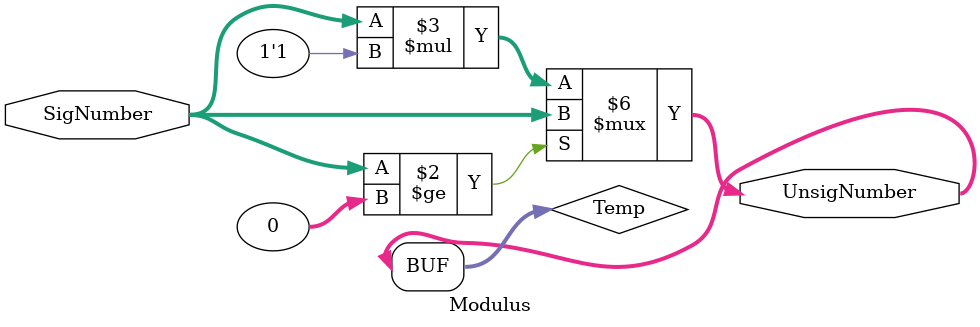
<source format=v>
`timescale 1ns/1ns

module TestStatic();
	wire [11:0] Inpt0;
	wire [11:0] Inpt1;
	wire [11:0] Inpt2;
	wire [11:0] Inpt3;
	wire [11:0] Inpt4;
	wire [11:0] Inpt5;
	wire [11:0] Inpt6;
	wire [11:0] Inpt7;
	
	wire [7:0] Oupt0;
	wire [7:0] Oupt1;
	wire [7:0] Oupt2;
	wire [7:0] Oupt3;
	wire [7:0] Oupt4;
	wire [7:0] Oupt5;
	wire [7:0] Oupt6;
	wire [7:0] Oupt7;
	
	assign Inpt0=11'd12;
	assign Inpt1=11'd15;
	assign Inpt2=11'd24;
	assign Inpt3=11'd5;
	assign Inpt4=11'd13;
	assign Inpt5=11'd22;
	assign Inpt6=11'd21;
	assign Inpt7=11'd9;
	
	initial begin
		$dumpfile("TestStatic.vcd");
		$dumpvars(0);
		#50 $finish;
	end

	fft8 test(.Ar0(Inpt0),.Ar1(Inpt1),.Ar2(Inpt2),.Ar3(Inpt3),.Ar4(Inpt4),.Ar5(Inpt5),.Ar6(Inpt6),.Ar7(Inpt7),.FinalAns0(Oupt0),.FinalAns1(Oupt1),.FinalAns2(Oupt2),.FinalAns3(Oupt3),.FinalAns4(Oupt4),.FinalAns5(Oupt5),.FinalAns6(Oupt6),.FinalAns7(Oupt7));
endmodule

module fft8(Ar0,Ar1,Ar2,Ar3,Ar4,Ar5,Ar6,Ar7,FinalAns0,FinalAns1,FinalAns2,FinalAns3,FinalAns4,FinalAns5,FinalAns6,FinalAns7);//this clk will typically be quite high since the 	

	parameter EIGHT=12'd8;//changed:added signed coz division was going wrong
	parameter FOUR=12'd4;
	//no effect of adding signed
	//removing + and seeing:no use

	/*inputs will be real*/
	input wire signed [11:0]  Ar0;
	input wire signed [11:0]  Ar1;
	input wire signed [11:0]  Ar2;
	input wire signed [11:0]  Ar3;
	input wire signed [11:0]  Ar4;
	input wire signed [11:0]  Ar5;
	input wire signed [11:0]  Ar6;
	input wire signed [11:0]  Ar7;

	output [7:0] FinalAns0;
	output [7:0] FinalAns1;
	output [7:0] FinalAns2;
	output [7:0] FinalAns3;
	output [7:0] FinalAns4;
	output [7:0] FinalAns5;
	output [7:0] FinalAns6;
	output [7:0] FinalAns7;

	wire [7:0] FinalAns0;
	wire [7:0] FinalAns1;
	wire [7:0] FinalAns2;
	wire [7:0] FinalAns3;
	wire [7:0] FinalAns4;
	wire [7:0] FinalAns5;
	wire [7:0] FinalAns6;
	wire [7:0] FinalAns7;

	//sizes of these???????????????
	wire [11:0] PenulAns0;
	wire [11:0] PenulAns1;
	wire [11:0] PenulAns2;
	wire [11:0] PenulAns3;
	wire [11:0] PenulAns4;
	wire [11:0] PenulAns5;
	wire [11:0] PenulAns6;
	wire [11:0] PenulAns7;

	wire [11:0] Scaled0;
	wire [11:0] Scaled1;
	wire [11:0] Scaled2;
	wire [11:0] Scaled3;
	wire [11:0] Scaled4;
	wire [11:0] Scaled5;
	wire [11:0] Scaled6;
	wire [11:0] Scaled7;


	wire signed [11:0]  Yr0;
	wire signed [11:0]  Yr1;
	wire signed [11:0]  Yr2;
	wire signed [11:0]  Yr3;
	wire signed [11:0]  Yr4;
	wire signed [11:0]  Yr5;
	wire signed [11:0]  Yr6;
	wire signed [11:0]  Yr7;
	wire signed [11:0]  Yi0;
	wire signed [11:0]  Yi1;
	wire signed [11:0]  Yi2;
	wire signed [11:0]  Yi3;
	wire signed [11:0]  Yi4;
	wire signed [11:0]  Yi5;
	wire signed [11:0]  Yi6;
	wire signed [11:0]  Yi7;

	//for storing the absolute values
	//of real and imaginary parts of 
	//asnwer	
	wire [11:0] Ymr0;
	wire [11:0] Ymr1;
	wire [11:0] Ymr2;
	wire [11:0] Ymr3;
	wire [11:0] Ymr4;
	wire [11:0] Ymr5;
	wire [11:0] Ymr6;
	wire [11:0] Ymr7;
	wire [11:0] Ymi0;
	wire [11:0] Ymi1;
	wire [11:0] Ymi2;
	wire [11:0] Ymi3;
	wire [11:0] Ymi4;
	wire [11:0] Ymi5;
	wire [11:0] Ymi6;
	wire [11:0] Ymi7;

	/*These are 4 of the 8th roots of unity*/
	reg signed [11:0] Wr0=12'd8;//W0 is 1+0i multiplied by 8
	reg signed [11:0] Wi0=12'd0;
	reg signed [11:0] Wr1=12'd6;//W1 is 0.7+0.7i multiplied by 8
	reg signed [11:0] Wi1=12'd6;
	reg signed [11:0] Wr2=12'd0;//W2 is 0+1i multiplied by 10
	reg signed [11:0] Wi2=12'd8;
	reg signed [11:0] Wr3= -12'd6;//W3 is -0.7+0.7i multiplied by 10
	reg signed [11:0] Wi3=12'd6;

	//variables in which return values of 4point fft will be stored 
	//this is for 1st 4 point fft output
	wire signed [11:0] Sr0;//S for store
	wire signed [11:0] Si0;
	wire signed [11:0] Sr1;//
	wire signed [11:0] Si1;
	wire signed [11:0] Sr2;//
	wire signed [11:0] Si2;
	wire signed [11:0] Sr3;//
	wire signed [11:0] Si3;

	wire signed [11:0] Qr0;//Q for store
	wire signed [11:0] Qi0;
	wire signed [11:0] Qr1;//
	wire signed [11:0] Qi1;
	wire signed [11:0] Qr2;//
	wire signed [11:0] Qi2;
	wire signed [11:0] Qr3;//
	wire signed [11:0] Qi3;

	//for storing the value of multiplication of w and ouput of second 4point fft
	wire signed [11:0] Mr0;//Q for store
	wire signed [11:0] Mi0;
	wire signed [11:0] Mr1;//
	wire signed [11:0] Mi1;
	wire signed [11:0] Mr2;//
	wire signed [11:0] Mi2;
	wire signed [11:0] Mr3;//
	wire signed [11:0] Mi3;

	//COu is C output , CIn is C Input
	//r stands for real and i for imaginary
	fft4 fft4one(
	.Cin0(Ar0),.Cin1(Ar2),.Cin2(Ar4),.Cin3(Ar6),
	/*these are the 4 (imaginary and real parts)outputs from the first 4point fft*/
	.COur0(Sr0),.COur1(Sr1),.COur2(Sr2),.COur3(Sr3),// it is COu for C Ouutput
	.COui0(Si0),.COui1(Si1),.COui2(Si2),.COui3(Si3)
	);
	fft4 fft4two(
	.Cin0(Ar1),.Cin1(Ar3),.Cin2(Ar5),.Cin3(Ar7),
	/*these are the 4 (imaginary and real parts)outputs from the second 4point fft*/
	.COur0(Qr0),.COur1(Qr1),.COur2(Qr2),.COur3(Qr3),
	.COui0(Qi0),.COui1(Qi1),.COui2(Qi2),.COui3(Qi3)
	);

	//Multiplying complex numbers and output from fft4
	//to produce outputs for fft8 after addition 
	Mul2Comp w0(
	.Ar(Wr0),.Ai(Wi0),
	.Br(Qr0),.Bi(Qi0),
	.Yr(Mr0),.Yi(Mi0)
	);

	Mul2Comp w1(
	.Ar(Wr1),.Ai(Wi1),
	.Br(Qr1),.Bi(Qi1),
	.Yr(Mr1),.Yi(Mi1)
	);

	Mul2Comp w2(
	.Ar(Wr2),.Ai(Wi2),
	.Br(Qr2),.Bi(Qi2),
	.Yr(Mr2),.Yi(Mi2)
	);

	Mul2Comp w3(
	.Ar(Wr3),.Ai(Wi3),
	.Br(Qr3),.Bi(Qi3),
	.Yr(Mr3),.Yi(Mi3)
	);
	
	/*execution time can be minimised by storing values of Sr0,...Si3*/
	//outputs of 8 point fft after appropriate addiition and subtraction
	//M's are already multiplied by 8 since W's are multiplied by 8
	assign Yr0=(Sr0*EIGHT)+Mr0;
	assign Yi0=(Si0*EIGHT)+Mi0;
	assign Yr1=(Sr1*EIGHT)+Mr1;
	assign Yi1=(Si1*EIGHT)+Mi1;
	assign Yr2=(Sr2*EIGHT)+Mr2;
	assign Yi2=(Si2*EIGHT)+Mi2;
	assign Yr3=(Sr3*EIGHT)+Mr3;
	assign Yi3=(Si3*EIGHT)+Mi3;

	assign Yr4=(Sr0*EIGHT)-Mr0;
	assign Yi4=(Si0*EIGHT)-Mi0;
	assign Yr5=(Sr1*EIGHT)-Mr1;
	assign Yi5=(Si1*EIGHT)-Mi1;
	assign Yr6=(Sr2*EIGHT)-Mr2;
	assign Yi6=(Si2*EIGHT)-Mi2;
	assign Yr7=(Sr3*EIGHT)-Mr3;
	assign Yi7=(Si3*EIGHT)-Mi3;
	
	//this takes the absolute value of the number
	//therefore if number is -2 it becomes
	//for example if Yr0 is negative
	//Ymr0 becomes positive
	//this is a part of our functional code
	//we commented it in the evening when we took just real part
	
	//Ym is Y mod i.e absolute value of Yr
	Modulus rea0(.SigNumber(Yr0),.UnsigNumber(Ymr0));
	Modulus ima0(.SigNumber(Yi0),.UnsigNumber(Ymi0));
	Modulus rea1(.SigNumber(Yr1),.UnsigNumber(Ymr1));
	Modulus ima1(.SigNumber(Yi1),.UnsigNumber(Ymi1));
	Modulus rea2(.SigNumber(Yr2),.UnsigNumber(Ymr2));
	Modulus ima2(.SigNumber(Yi2),.UnsigNumber(Ymi2));
	Modulus rea3(.SigNumber(Yr3),.UnsigNumber(Ymr3));
	Modulus ima3(.SigNumber(Yi3),.UnsigNumber(Ymi3));
	Modulus rea4(.SigNumber(Yr4),.UnsigNumber(Ymr4));
	Modulus ima4(.SigNumber(Yi4),.UnsigNumber(Ymi4));
	Modulus rea5(.SigNumber(Yr5),.UnsigNumber(Ymr5));
	Modulus ima5(.SigNumber(Yi5),.UnsigNumber(Ymi5));
	Modulus rea6(.SigNumber(Yr6),.UnsigNumber(Ymr6));
	Modulus ima6(.SigNumber(Yi6),.UnsigNumber(Ymi6));
	Modulus rea7(.SigNumber(Yr7),.UnsigNumber(Ymr7));
	Modulus ima7(.SigNumber(Yi7),.UnsigNumber(Ymi7));
	
	//this is for taking the sqrt with binomial method
	//Penul means Penultimate
	BinomialSqrt num0(.InputReal(Ymr0),.InputImaginary(Ymi0),.InteractAnswer(PenulAns0));	
	BinomialSqrt num1(.InputReal(Ymr1),.InputImaginary(Ymi1),.InteractAnswer(PenulAns1));	
	BinomialSqrt num2(.InputReal(Ymr2),.InputImaginary(Ymi2),.InteractAnswer(PenulAns2));	
	BinomialSqrt num3(.InputReal(Ymr3),.InputImaginary(Ymi3),.InteractAnswer(PenulAns3));	
	BinomialSqrt num4(.InputReal(Ymr4),.InputImaginary(Ymi4),.InteractAnswer(PenulAns4));	
	BinomialSqrt num5(.InputReal(Ymr5),.InputImaginary(Ymi5),.InteractAnswer(PenulAns5));	
	BinomialSqrt num6(.InputReal(Ymr6),.InputImaginary(Ymi6),.InteractAnswer(PenulAns6));	
	BinomialSqrt num7(.InputReal(Ymr7),.InputImaginary(Ymi7),.InteractAnswer(PenulAns7));	

	//since inputs were mutiplied by 8 we are now dividing them by 8
	// also the outputs may become larger after processing hence i am dividing them further 
	//by 8
	
	
	assign FinalAns0=PenulAns0/(EIGHT);//first EIGHT is for the EIGHT we multiplied
	assign FinalAns1=PenulAns1/(EIGHT);//and second Eight is for the three times
	assign FinalAns2=PenulAns2/(EIGHT);//our worst case is becoming double
	assign FinalAns3=PenulAns3/(EIGHT);
	assign FinalAns4=PenulAns4/(EIGHT);
	assign FinalAns5=PenulAns5/(EIGHT);
	assign FinalAns6=PenulAns6/(EIGHT);
	assign FinalAns7=PenulAns7/(EIGHT);
	
	/*
	//penul needs to be divided by ???????????????????????
	//penul means penultimate
	assign FinalAns0=Yr0[2:0];
	assign FinalAns1=Yr1[2:0];
	assign FinalAns2=Yr2[2:0];
	assign FinalAns3=Yr3[2:0];
	assign FinalAns4=Yr4[2:0];
	assign FinalAns5=Yr5[2:0];
	assign FinalAns6=Yr6[2:0];
	assign FinalAns7=Yr7[2:0];
	*/

	/*//testing
	initial begin
	#30 $display("Value of Square of Yr6 is %d\n",(Yr6/EIGHT)*(Yr6/EIGHT));
	#10 $display("Value of Square of Yi6 is %d\n",(Yi6/EIGHT)*(Yi6/EIGHT));
	#10 $display("Value of square of 1st output is ");
	#10 $display("real part of 4th answer is %d\n",Yr3);
	#10 $display("imaginary part of 4th answer is %d\n",Yi3);
	end*/

endmodule

/*.Cin0(Ar1),.Cin1(Ar3),.Cin2(Ar5),.Cin3(Ar7),
	these are the 4 (imaginary and real parts)outputs from the second 4point fft
	.COur0(Qr0),.COur1(Qr1),.COur2(Qr2),.COur3(Qr3),
	.COui0(Qi0),.COui1(Qi1),.COui2(Qi2),.COui3(Qi3)*/
/*to see what variables are needed for fft4*/

module fft4(
Cin0,Cin1,Cin2,Cin3,
COur0,COur1,COur2,COur3,
COui0,COui1,COui2,COui3
);
	input signed [11:0] Cin0;
	input signed [11:0] Cin1;
	input signed [11:0] Cin2;
	input signed [11:0] Cin3;
	
	wire [11:0] Cin0;
	wire [11:0] Cin1;
	wire [11:0] Cin2;
	wire [11:0] Cin3;

	output signed [11:0] COur0;
	output signed [11:0] COur1;
	output signed [11:0] COur2;
	output signed [11:0] COur3;
	output signed [11:0] COui0;
	output signed [11:0] COui1;
	output signed [11:0] COui2;
	output signed [11:0] COui3;

	//Final output of 4 pt fft
	wire [11:0] COur0;
	wire [11:0] COur1;
	wire [11:0] COur2;
	wire [11:0] COur3;
	wire [11:0] COui0;
	wire [11:0] COui1;
	wire [11:0] COui2;
	wire [11:0] COui3;

	/*to catch the output of the values thrown out
	by 2 point fft*/
	wire signed [11:0] Cat0;//Cat is for 'catch'ing the values
	wire signed [11:0] Cat1;
	wire signed [11:0] Cat2;
	wire signed [11:0] Cat3;

	fft2 u0(.Fin0(Cin0),.Fin1(Cin2),.Fout0(Cat0),.Fout1(Cat1));
	fft2 u1(.Fin0(Cin1),.Fin1(Cin3),.Fout0(Cat2),.Fout1(Cat3));
	
	/*combining*/
	assign COur0=Cat0+Cat2;
	assign COui0=0;
	assign COur1=Cat1;
	assign COui1=Cat3;
	assign COur2=Cat0-Cat2;
	assign COui2=0;
	assign COur3=Cat1;
	assign COui3= -Cat3;

endmodule

module fft2(
Fin0,Fin1,Fout0,Fout1
);
	input signed [11:0] Fin0;
	input signed [11:0] Fin1;
	output signed [11:0] Fout0;
	output signed [11:0] Fout1;

	wire [11:0] Fin0;
	wire [11:0] Fin1;
	wire [11:0] Fout0;
	wire [11:0] Fout1;

	assign Fout0=Fin0+Fin1;
	assign Fout1=Fin0-Fin1;

endmodule


//multiplies 2 complex numbers
module Mul2Comp(Ar,Ai,Br,Bi,Yr,Yi);
	input wire [11:0] Ar;
	input wire [11:0] Ai;
	input wire [11:0] Br;
	input wire [11:0] Bi;
	output [11:0] Yr;
	output [11:0] Yi;
	
	wire [11:0] Yr;
	wire [11:0] Yi;

	assign Yr=(Ar*Br)-(Ai*Bi);
	assign Yi=(Ar*Bi)+(Ai*Br);

endmodule

//this is a perfectly working module
// tested in its original source code file
module BinomialSqrt(InputReal,InputImaginary,InteractAnswer);
	parameter N=4'd11;
	parameter M=(N*TWO)+3'd1;
	parameter TWO=2'd2;
	
	input [N:0] InputReal;
	input [N:0] InputImaginary;
	output [N:0] InteractAnswer;

	wire [N:0] InputReal;
	wire [N:0] InputImaginary;
	reg [N:0] OutputAnswer;
	reg [M:0] SquareStore;
	reg [M:0] Store4Div;
	
	//this variable interacts with other modules since its a wire
	wire [N:0] InteractAnswer;

	assign InteractAnswer=OutputAnswer;

	/*initial begin
		OutputAnswer=12'd0;//Changes when N changes
		SquareStore=24'd0;//changes when M changes
	end*/

	//conditional expressions
	always@(*)begin
		if(InputReal==0)
			OutputAnswer=InputImaginary;
		else if(InputImaginary==0)
			OutputAnswer=InputReal;
		else if(InputReal>InputImaginary)begin
			SquareStore=InputImaginary*InputImaginary;
			Store4Div=InputReal*TWO;
			OutputAnswer=InputReal+(SquareStore/Store4Div);
		end
		else begin
			SquareStore=InputReal*InputReal;
			Store4Div=InputImaginary*TWO;
			OutputAnswer=InputImaginary+(SquareStore/Store4Div);
		end
	end
	
endmodule

module Modulus(SigNumber,UnsigNumber);
	parameter SIZE=4'd11;
	parameter MINUSONE=-1'b1;

	input signed [SIZE:0] SigNumber;
	output [SIZE:0] UnsigNumber;

	wire signed [SIZE:0] SigNumber;
	wire [SIZE:0] UnsigNumber;

	reg [SIZE:0] Temp;

	assign UnsigNumber=Temp;

	initial begin
	Temp=12'b0;//this will also change when SIZE changes
	end

		always@(SigNumber)begin
	if(SigNumber>=0)
		Temp=SigNumber;
	else
		Temp=SigNumber*MINUSONE;
	end

endmodule

</source>
